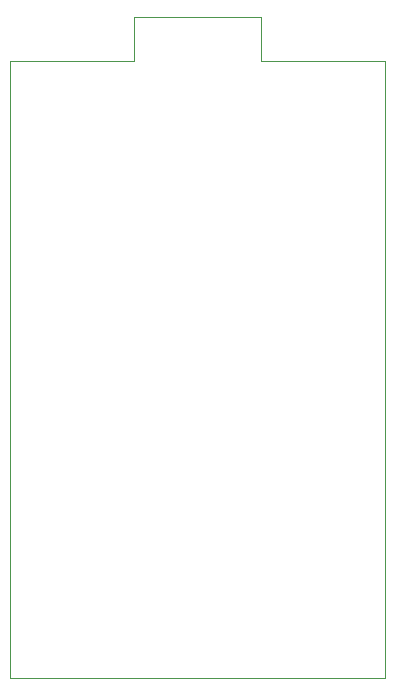
<source format=gbr>
G04 #@! TF.GenerationSoftware,KiCad,Pcbnew,5.1.5-52549c5~84~ubuntu18.04.1*
G04 #@! TF.CreationDate,2019-11-19T18:32:17+01:00*
G04 #@! TF.ProjectId,darkroom_tracker,6461726b-726f-46f6-9d5f-747261636b65,rev?*
G04 #@! TF.SameCoordinates,Original*
G04 #@! TF.FileFunction,Profile,NP*
%FSLAX46Y46*%
G04 Gerber Fmt 4.6, Leading zero omitted, Abs format (unit mm)*
G04 Created by KiCad (PCBNEW 5.1.5-52549c5~84~ubuntu18.04.1) date 2019-11-19 18:32:17*
%MOMM*%
%LPD*%
G04 APERTURE LIST*
%ADD10C,0.050000*%
G04 APERTURE END LIST*
D10*
X126250000Y-70250000D02*
X115750000Y-70250000D01*
X126250000Y-66500000D02*
X126250000Y-70250000D01*
X137000000Y-66500000D02*
X126250000Y-66500000D01*
X137000000Y-70250000D02*
X137000000Y-66500000D01*
X147500000Y-70250000D02*
X137000000Y-70250000D01*
X147500000Y-122500000D02*
X147500000Y-70250000D01*
X115750000Y-122500000D02*
X147500000Y-122500000D01*
X115750000Y-70250000D02*
X115750000Y-122500000D01*
M02*

</source>
